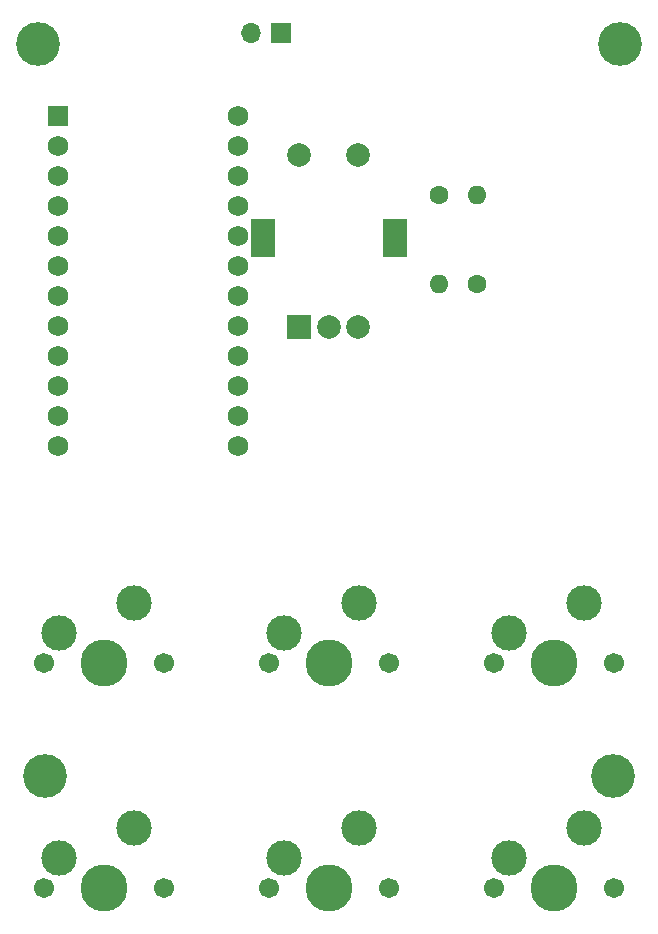
<source format=gts>
%TF.GenerationSoftware,KiCad,Pcbnew,(6.0.1)*%
%TF.CreationDate,2022-01-30T14:08:35+01:00*%
%TF.ProjectId,Little Big Scroll 6,4c697474-6c65-4204-9269-67205363726f,v1.0*%
%TF.SameCoordinates,Original*%
%TF.FileFunction,Soldermask,Top*%
%TF.FilePolarity,Negative*%
%FSLAX46Y46*%
G04 Gerber Fmt 4.6, Leading zero omitted, Abs format (unit mm)*
G04 Created by KiCad (PCBNEW (6.0.1)) date 2022-01-30 14:08:35*
%MOMM*%
%LPD*%
G01*
G04 APERTURE LIST*
%ADD10R,1.752600X1.752600*%
%ADD11C,1.752600*%
%ADD12C,3.000000*%
%ADD13C,3.987800*%
%ADD14C,1.701800*%
%ADD15R,2.000000X2.000000*%
%ADD16C,2.000000*%
%ADD17R,2.000000X3.200000*%
%ADD18C,3.700000*%
%ADD19C,1.600000*%
%ADD20O,1.600000X1.600000*%
%ADD21R,1.700000X1.700000*%
%ADD22O,1.700000X1.700000*%
G04 APERTURE END LIST*
D10*
X87340000Y-56870000D03*
D11*
X87340000Y-59410000D03*
X87340000Y-61950000D03*
X87340000Y-64490000D03*
X87340000Y-67030000D03*
X87340000Y-69570000D03*
X87340000Y-72110000D03*
X87340000Y-74650000D03*
X87340000Y-77190000D03*
X87340000Y-79730000D03*
X87340000Y-82270000D03*
X87340000Y-84810000D03*
X102580000Y-84810000D03*
X102580000Y-82270000D03*
X102580000Y-79730000D03*
X102580000Y-77190000D03*
X102580000Y-74650000D03*
X102580000Y-72110000D03*
X102580000Y-69570000D03*
X102580000Y-67030000D03*
X102580000Y-64490000D03*
X102580000Y-61950000D03*
X102580000Y-59410000D03*
X102580000Y-56870000D03*
D12*
X87410000Y-100620000D03*
D13*
X91220000Y-103160000D03*
D14*
X96300000Y-103160000D03*
D12*
X93760000Y-98080000D03*
D14*
X86140000Y-103160000D03*
D12*
X106460000Y-100620000D03*
D13*
X110270000Y-103160000D03*
D12*
X112810000Y-98080000D03*
D14*
X105190000Y-103160000D03*
X115350000Y-103160000D03*
D12*
X125510000Y-100620000D03*
D14*
X124240000Y-103160000D03*
X134400000Y-103160000D03*
D12*
X131860000Y-98080000D03*
D13*
X129320000Y-103160000D03*
D12*
X87410000Y-119670000D03*
D14*
X86140000Y-122210000D03*
D13*
X91220000Y-122210000D03*
D12*
X93760000Y-117130000D03*
D14*
X96300000Y-122210000D03*
X115350000Y-122210000D03*
D13*
X110270000Y-122210000D03*
D12*
X106460000Y-119670000D03*
X112810000Y-117130000D03*
D14*
X105190000Y-122210000D03*
D12*
X125510000Y-119670000D03*
D14*
X124240000Y-122210000D03*
X134400000Y-122210000D03*
D13*
X129320000Y-122210000D03*
D12*
X131860000Y-117130000D03*
D15*
X107770000Y-74660000D03*
D16*
X112770000Y-74660000D03*
X110270000Y-74660000D03*
D17*
X115870000Y-67160000D03*
X104670000Y-67160000D03*
D16*
X112770000Y-60160000D03*
X107770000Y-60160000D03*
D18*
X86220000Y-112685000D03*
X134320000Y-112685000D03*
X134940000Y-50730000D03*
X85600000Y-50730000D03*
D19*
X119590000Y-63520000D03*
D20*
X119590000Y-71020000D03*
D19*
X122770000Y-71020000D03*
D20*
X122770000Y-63520000D03*
D21*
X106250000Y-49810000D03*
D22*
X103710000Y-49810000D03*
M02*

</source>
